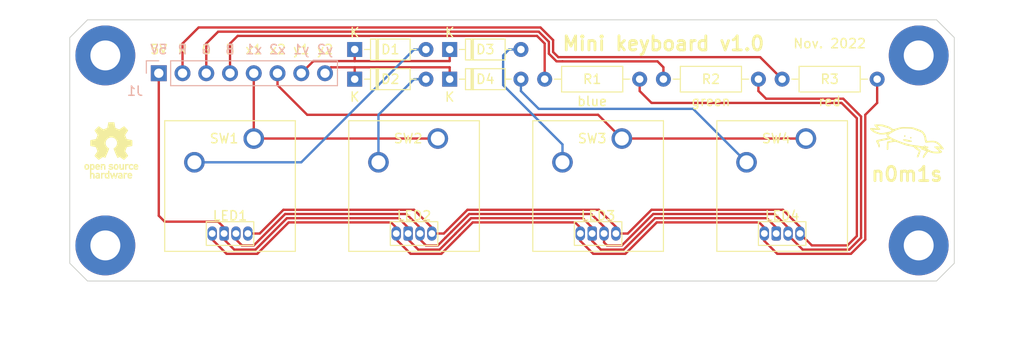
<source format=kicad_pcb>
(kicad_pcb (version 20211014) (generator pcbnew)
  (layers (0 "F.Cu" signal) (31 "B.Cu" signal) (34 "B.Paste" user) (35 "F.Paste" user) (36 "B.SilkS" user "B.Silkscreen") (37 "F.SilkS" user "F.Silkscreen") (38 "B.Mask" user) (39 "F.Mask" user) (44 "Edge.Cuts" user))
  (net 0 "")
  (net 1 "COL1")
  (net 2 "Net-(D1-Pad2)")
  (net 3 "COL2")
  (net 4 "Net-(D2-Pad2)")
  (net 5 "Net-(D3-Pad2)")
  (net 6 "Net-(D4-Pad2)")
  (net 7 "LED_A")
  (net 8 "LED_R")
  (net 9 "LED_G")
  (net 10 "LED_B")
  (net 11 "ROW1")
  (net 12 "ROW2")
  (net 13 "Net-(LED1-Pad1)")
  (net 14 "Net-(LED1-Pad3)")
  (net 15 "Net-(LED1-Pad4)")
  (footprint "Resistor_THT:R_Axial_DIN0207_L6.3mm_D2.5mm_P10.16mm_Horizontal" (layer "F.Cu") (at 74.295 34.29)
    (fp_text reference "R1" (at 5.08 0) (layer "F.SilkS"))
    (fp_text value "blue" (at 5.08 2.37) (layer "F.SilkS"))
    (pad "1" thru_hole circle (at 0 0) (size 1.6 1.6) (drill 0.8) (layers *.Cu *.Mask) (net 10 "LED_B"))
    (pad "2" thru_hole oval (at 10.16 0) (size 1.6 1.6) (drill 0.8) (layers *.Cu *.Mask) (net 15 "Net-(LED1-Pad4)"))
  )
  (footprint "Resistor_THT:R_Axial_DIN0207_L6.3mm_D2.5mm_P10.16mm_Horizontal" (layer "F.Cu") (at 99.695 34.29)
    (fp_text reference "R3" (at 5.08 0) (layer "F.SilkS"))
    (fp_text value "red" (at 5.08 2.37) (layer "F.SilkS"))
    (pad "1" thru_hole circle (at 0 0) (size 1.6 1.6) (drill 0.8) (layers *.Cu *.Mask) (net 8 "LED_R"))
    (pad "2" thru_hole oval (at 10.16 0) (size 1.6 1.6) (drill 0.8) (layers *.Cu *.Mask) (net 13 "Net-(LED1-Pad1)"))
  )
  (footprint "MountingHole:MountingHole_3.2mm_M3_Pad" (layer "F.Cu") (at 114.3 31.75)
    (fp_text reference "MH3")
    (fp_text value "MountingHole_3.2mm_M3_Pad")
    (pad "1" thru_hole circle (at 0 0) (size 6.4 6.4) (drill 3.2) (layers F&B.Cu *.Mask))
  )
  (footprint "LOGO" (layer "F.Cu") (at 114.574311 41.275)
    (fp_text reference "Logo" hide)
    (fp_text value "n0m1s" (at -1.544311 3.175) (layer "F.SilkS") (effects (font (size 1.524 1.524) (thickness 0.3))))
  )
  (footprint "Diode_THT:D_DO-35_SOD27_P7.62mm_Horizontal" (layer "F.Cu") (at 53.975 31.115)
    (fp_text reference "D1" (at 3.81 0) (layer "F.SilkS"))
    (fp_text value "D")
    (fp_text user "K" (at 0 -1.8) (layer "F.SilkS"))
    (pad "1" thru_hole rect (at 0 0) (size 1.6 1.6) (drill 0.8) (layers *.Cu *.Mask) (net 1 "COL1"))
    (pad "2" thru_hole oval (at 7.62 0) (size 1.6 1.6) (drill 0.8) (layers *.Cu *.Mask) (net 2 "Net-(D1-Pad2)"))
  )
  (footprint "MountingHole:MountingHole_3.2mm_M3_Pad" (layer "F.Cu") (at 114.3 52.07)
    (fp_text reference "MH4")
    (fp_text value "MountingHole_3.2mm_M3_Pad")
    (pad "1" thru_hole circle (at 0 0) (size 6.4 6.4) (drill 3.2) (layers F&B.Cu *.Mask))
  )
  (footprint "Symbol:OSHW-Logo_5.7x6mm_SilkScreen" (layer "F.Cu") (at 27.94 41.91)
    (fp_text reference "REF**" hide)
    (fp_text value "OSHW-Logo_5.7x6mm_SilkScreen" hide)
  )
  (footprint "Custom:LED_2.5x5.0mm_4CA_RGB" (layer "F.Cu") (at 60.325 50.8)
    (fp_text reference "LED2" (at 0 -1.905 unlocked) (layer "F.SilkS"))
    (fp_text value "LED_RAGB")
    (pad "1" thru_hole oval (at -1.905 0) (size 1 1.524) (drill 0.72) (layers *.Cu *.Mask) (net 13 "Net-(LED1-Pad1)"))
    (pad "2" thru_hole roundrect (at -0.635 0) (size 1 1.524) (drill 0.72) (layers *.Cu *.Mask) (net 7 "LED_A"))
    (pad "3" thru_hole oval (at 0.635 0) (size 1 1.524) (drill 0.72) (layers *.Cu *.Mask) (net 14 "Net-(LED1-Pad3)"))
    (pad "4" thru_hole oval (at 1.905 0) (size 1 1.524) (drill 0.72) (layers *.Cu *.Mask) (net 15 "Net-(LED1-Pad4)"))
  )
  (footprint "Diode_THT:D_DO-35_SOD27_P7.62mm_Horizontal" (layer "F.Cu") (at 53.975 34.29)
    (fp_text reference "D2" (at 3.81 0) (layer "F.SilkS"))
    (fp_text value "D")
    (fp_text user "K" (at 0 1.905) (layer "F.SilkS"))
    (pad "1" thru_hole rect (at 0 0) (size 1.6 1.6) (drill 0.8) (layers *.Cu *.Mask) (net 3 "COL2"))
    (pad "2" thru_hole oval (at 7.62 0) (size 1.6 1.6) (drill 0.8) (layers *.Cu *.Mask) (net 4 "Net-(D2-Pad2)"))
  )
  (footprint "Diode_THT:D_DO-35_SOD27_P7.62mm_Horizontal" (layer "F.Cu") (at 64.135 31.115)
    (fp_text reference "D3" (at 3.81 0) (layer "F.SilkS"))
    (fp_text value "D")
    (fp_text user "K" (at 0 -1.8) (layer "F.SilkS"))
    (pad "1" thru_hole rect (at 0 0) (size 1.6 1.6) (drill 0.8) (layers *.Cu *.Mask) (net 1 "COL1"))
    (pad "2" thru_hole oval (at 7.62 0) (size 1.6 1.6) (drill 0.8) (layers *.Cu *.Mask) (net 5 "Net-(D3-Pad2)"))
  )
  (footprint "Button_Switch_Keyboard:SW_Cherry_MX_1.00u_PCB" (layer "F.Cu") (at 102.235 40.64)
    (fp_text reference "SW4" (at -3.175 0) (layer "F.SilkS"))
    (fp_text value "SW_Push")
    (pad "" np_thru_hole circle (at -2.54 5.08) (size 4 4) (drill 4) (layers *.Cu *.Mask))
    (pad "" np_thru_hole circle (at -7.62 5.08) (size 1.7 1.7) (drill 1.7) (layers *.Cu *.Mask))
    (pad "" np_thru_hole circle (at 2.54 5.08) (size 1.7 1.7) (drill 1.7) (layers *.Cu *.Mask))
    (pad "1" thru_hole circle (at 0 0) (size 2.2 2.2) (drill 1.5) (layers *.Cu *.Mask) (net 12 "ROW2"))
    (pad "2" thru_hole circle (at -6.35 2.54) (size 2.2 2.2) (drill 1.5) (layers *.Cu *.Mask) (net 6 "Net-(D4-Pad2)"))
  )
  (footprint "Custom:LED_2.5x5.0mm_4CA_RGB" (layer "F.Cu") (at 99.695 50.8)
    (fp_text reference "LED4" (at 0 -1.905 unlocked) (layer "F.SilkS"))
    (fp_text value "LED_RAGB")
    (pad "1" thru_hole oval (at -1.905 0) (size 1 1.524) (drill 0.72) (layers *.Cu *.Mask) (net 13 "Net-(LED1-Pad1)"))
    (pad "2" thru_hole roundrect (at -0.635 0) (size 1 1.524) (drill 0.72) (layers *.Cu *.Mask) (net 7 "LED_A"))
    (pad "3" thru_hole oval (at 0.635 0) (size 1 1.524) (drill 0.72) (layers *.Cu *.Mask) (net 14 "Net-(LED1-Pad3)"))
    (pad "4" thru_hole oval (at 1.905 0) (size 1 1.524) (drill 0.72) (layers *.Cu *.Mask) (net 15 "Net-(LED1-Pad4)"))
  )
  (footprint "Button_Switch_Keyboard:SW_Cherry_MX_1.00u_PCB" (layer "F.Cu") (at 62.865 40.64)
    (fp_text reference "SW2" (at -3.175 0) (layer "F.SilkS"))
    (fp_text value "SW_Push")
    (pad "" np_thru_hole circle (at -7.62 5.08) (size 1.7 1.7) (drill 1.7) (layers *.Cu *.Mask))
    (pad "" np_thru_hole circle (at -2.54 5.08) (size 4 4) (drill 4) (layers *.Cu *.Mask))
    (pad "" np_thru_hole circle (at 2.54 5.08) (size 1.7 1.7) (drill 1.7) (layers *.Cu *.Mask))
    (pad "1" thru_hole circle (at 0 0) (size 2.2 2.2) (drill 1.5) (layers *.Cu *.Mask) (net 11 "ROW1"))
    (pad "2" thru_hole circle (at -6.35 2.54) (size 2.2 2.2) (drill 1.5) (layers *.Cu *.Mask) (net 4 "Net-(D2-Pad2)"))
  )
  (footprint "Custom:LED_2.5x5.0mm_4CA_RGB" (layer "F.Cu") (at 40.64 50.8)
    (fp_text reference "LED1" (at 0 -1.905 unlocked) (layer "F.SilkS"))
    (fp_text value "LED_RAGB")
    (pad "1" thru_hole oval (at -1.905 0) (size 1 1.524) (drill 0.72) (layers *.Cu *.Mask) (net 13 "Net-(LED1-Pad1)"))
    (pad "2" thru_hole roundrect (at -0.635 0) (size 1 1.524) (drill 0.72) (layers *.Cu *.Mask) (net 7 "LED_A"))
    (pad "3" thru_hole oval (at 0.635 0) (size 1 1.524) (drill 0.72) (layers *.Cu *.Mask) (net 14 "Net-(LED1-Pad3)"))
    (pad "4" thru_hole oval (at 1.905 0) (size 1 1.524) (drill 0.72) (layers *.Cu *.Mask) (net 15 "Net-(LED1-Pad4)"))
  )
  (footprint "MountingHole:MountingHole_3.2mm_M3_Pad" (layer "F.Cu") (at 27.305 31.75)
    (fp_text reference "MH1")
    (fp_text value "MountingHole_3.2mm_M3_Pad")
    (pad "1" thru_hole circle (at 0 0) (size 6.4 6.4) (drill 3.2) (layers *.Cu *.Mask))
  )
  (footprint "Button_Switch_Keyboard:SW_Cherry_MX_1.00u_PCB" (layer "F.Cu") (at 82.55 40.64)
    (fp_text reference "SW3" (at -3.175 0) (layer "F.SilkS"))
    (fp_text value "SW_Push")
    (pad "" np_thru_hole circle (at -2.54 5.08) (size 4 4) (drill 4) (layers *.Cu *.Mask))
    (pad "" np_thru_hole circle (at -7.62 5.08) (size 1.7 1.7) (drill 1.7) (layers *.Cu *.Mask))
    (pad "" np_thru_hole circle (at 2.54 5.08) (size 1.7 1.7) (drill 1.7) (layers *.Cu *.Mask))
    (pad "1" thru_hole circle (at 0 0) (size 2.2 2.2) (drill 1.5) (layers *.Cu *.Mask) (net 12 "ROW2"))
    (pad "2" thru_hole circle (at -6.35 2.54) (size 2.2 2.2) (drill 1.5) (layers *.Cu *.Mask) (net 5 "Net-(D3-Pad2)"))
  )
  (footprint "Resistor_THT:R_Axial_DIN0207_L6.3mm_D2.5mm_P10.16mm_Horizontal" (layer "F.Cu") (at 86.995 34.29)
    (fp_text reference "R2" (at 5.08 0) (layer "F.SilkS"))
    (fp_text value "green" (at 5.08 2.37) (layer "F.SilkS"))
    (pad "1" thru_hole circle (at 0 0) (size 1.6 1.6) (drill 0.8) (layers *.Cu *.Mask) (net 9 "LED_G"))
    (pad "2" thru_hole oval (at 10.16 0) (size 1.6 1.6) (drill 0.8) (layers *.Cu *.Mask) (net 14 "Net-(LED1-Pad3)"))
  )
  (footprint "Custom:LED_2.5x5.0mm_4CA_RGB" (layer "F.Cu") (at 80.01 50.8)
    (fp_text reference "LED3" (at 0 -1.905 unlocked) (layer "F.SilkS"))
    (fp_text value "LED_RAGB")
    (pad "1" thru_hole oval (at -1.905 0) (size 1 1.524) (drill 0.72) (layers *.Cu *.Mask) (net 13 "Net-(LED1-Pad1)"))
    (pad "2" thru_hole roundrect (at -0.635 0) (size 1 1.524) (drill 0.72) (layers *.Cu *.Mask) (net 7 "LED_A"))
    (pad "3" thru_hole oval (at 0.635 0) (size 1 1.524) (drill 0.72) (layers *.Cu *.Mask) (net 14 "Net-(LED1-Pad3)"))
    (pad "4" thru_hole oval (at 1.905 0) (size 1 1.524) (drill 0.72) (layers *.Cu *.Mask) (net 15 "Net-(LED1-Pad4)"))
  )
  (footprint "Diode_THT:D_DO-35_SOD27_P7.62mm_Horizontal" (layer "F.Cu") (at 64.135 34.29)
    (fp_text reference "D4" (at 3.81 0) (layer "F.SilkS"))
    (fp_text value "D")
    (fp_text user "K" (at 0 1.905) (layer "F.SilkS"))
    (pad "1" thru_hole rect (at 0 0) (size 1.6 1.6) (drill 0.8) (layers *.Cu *.Mask) (net 3 "COL2"))
    (pad "2" thru_hole oval (at 7.62 0) (size 1.6 1.6) (drill 0.8) (layers *.Cu *.Mask) (net 6 "Net-(D4-Pad2)"))
  )
  (footprint "MountingHole:MountingHole_3.2mm_M3_Pad" (layer "F.Cu") (at 27.305 52.07)
    (fp_text reference "MH2")
    (fp_text value "MountingHole_3.2mm_M3_Pad")
    (pad "1" thru_hole circle (at 0 0) (size 6.4 6.4) (drill 3.2) (layers F&B.Cu *.Mask))
  )
  (footprint "Button_Switch_Keyboard:SW_Cherry_MX_1.00u_PCB" (layer "F.Cu") (at 43.18 40.64)
    (fp_text reference "SW1" (at -3.175 0) (layer "F.SilkS"))
    (fp_text value "SW_Push")
    (pad "" np_thru_hole circle (at 2.54 5.08) (size 1.7 1.7) (drill 1.7) (layers *.Cu *.Mask))
    (pad "" np_thru_hole circle (at -2.54 5.08) (size 4 4) (drill 4) (layers *.Cu *.Mask))
    (pad "" np_thru_hole circle (at -7.62 5.08) (size 1.7 1.7) (drill 1.7) (layers *.Cu *.Mask))
    (pad "1" thru_hole circle (at 0 0) (size 2.2 2.2) (drill 1.5) (layers *.Cu *.Mask) (net 11 "ROW1"))
    (pad "2" thru_hole circle (at -6.35 2.54) (size 2.2 2.2) (drill 1.5) (layers *.Cu *.Mask) (net 2 "Net-(D1-Pad2)"))
  )
  (footprint "Connector_PinHeader_2.54mm:PinHeader_1x08_P2.54mm_Vertical" (layer "B.Cu") (at 33.02 33.655 -90)
    (fp_text reference "J1" (at 1.905 2.54) (layer "B.SilkS") (effects (justify mirror)))
    (fp_text value "Conn_01x08")
    (pad "1" thru_hole rect (at 0 0 270) (size 1.7 1.7) (drill 1) (layers *.Cu *.Mask) (net 7 "LED_A"))
    (pad "2" thru_hole oval (at 0 -2.54 270) (size 1.7 1.7) (drill 1) (layers *.Cu *.Mask) (net 8 "LED_R"))
    (pad "3" thru_hole oval (at 0 -5.08 270) (size 1.7 1.7) (drill 1) (layers *.Cu *.Mask) (net 9 "LED_G"))
    (pad "4" thru_hole oval (at 0 -7.62 270) (size 1.7 1.7) (drill 1) (layers *.Cu *.Mask) (net 10 "LED_B"))
    (pad "5" thru_hole oval (at 0 -10.16 270) (size 1.7 1.7) (drill 1) (layers *.Cu *.Mask) (net 11 "ROW1"))
    (pad "6" thru_hole oval (at 0 -12.7 270) (size 1.7 1.7) (drill 1) (layers *.Cu *.Mask) (net 12 "ROW2"))
    (pad "7" thru_hole oval (at 0 -15.24 270) (size 1.7 1.7) (drill 1) (layers *.Cu *.Mask) (net 1 "COL1"))
    (pad "8" thru_hole oval (at 0 -17.78 270) (size 1.7 1.7) (drill 1) (layers *.Cu *.Mask) (net 3 "COL2"))
  )
  (gr_poly (pts (xy 118.11 29.845) (xy 118.11 53.975) (xy 116.205 55.88) (xy 25.4 55.88) (xy 23.495 53.975) (xy 23.495 29.845) (xy 25.4 27.94) (xy 116.205 27.94)) (layer "Edge.Cuts") (width 0.1) (fill none))
  (gr_text "G" (at 38.1 31.115) (layer "B.SilkS") (effects (font (size 1 1)) (justify mirror)))
  (gr_text "y1" (at 48.26 31.115) (layer "B.SilkS") (effects (font (size 1 1)) (justify mirror)))
  (gr_text "R" (at 35.56 31.115) (layer "B.SilkS") (effects (font (size 1 1)) (justify mirror)))
  (gr_text "y2" (at 50.8 31.115) (layer "B.SilkS") (effects (font (size 1 1)) (justify mirror)))
  (gr_text "B" (at 40.64 31.115) (layer "B.SilkS") (effects (font (size 1 1)) (justify mirror)))
  (gr_text "x1" (at 43.18 31.115) (layer "B.SilkS") (effects (font (size 1 1)) (justify mirror)))
  (gr_text "x2" (at 45.72 31.115) (layer "B.SilkS") (effects (font (size 1 1)) (justify mirror)))
  (gr_text "5V\n" (at 33.02 31.115) (layer "B.SilkS") (effects (font (size 1 1)) (justify mirror)))
  (gr_text "y1" (at 48.26 31.115) (layer "F.SilkS") (effects (font (size 1 1))))
  (gr_text "x1" (at 43.18 31.115) (layer "F.SilkS") (effects (font (size 1 1))))
  (gr_text "G" (at 38.1 31.115) (layer "F.SilkS") (effects (font (size 1 1))))
  (gr_text "y2" (at 50.8 31.115) (layer "F.SilkS") (effects (font (size 1 1))))
  (gr_text "x2" (at 45.72 31.115) (layer "F.SilkS") (effects (font (size 1 1))))
  (gr_text "5V\n" (at 33.02 31.115) (layer "F.SilkS") (effects (font (size 1 1))))
  (gr_text "Nov. 2022" (at 104.775 30.48) (layer "F.SilkS") (effects (font (size 1 1))))
  (gr_text "R" (at 35.56 31.115) (layer "F.SilkS") (effects (font (size 1 1))))
  (gr_text "Mini keyboard v1.0" (at 86.995 30.48) (layer "F.SilkS") (effects (font (size 1.5 1.5) (thickness 0.3))))
  (gr_text "B" (at 40.64 31.115) (layer "F.SilkS") (effects (font (size 1 1))))
  (segment (start 49.56 32.355) (end 48.26 33.655) (width 0.25) (layer "F.Cu") (net 1))
  (segment (start 53.975 32.355) (end 64.135 32.355) (width 0.25) (layer "F.Cu") (net 1))
  (segment (start 53.975 32.355) (end 49.56 32.355) (width 0.25) (layer "F.Cu") (net 1))
  (segment (start 53.975 31.115) (end 53.975 32.355) (width 0.25) (layer "F.Cu") (net 1))
  (segment (start 64.135 32.355) (end 64.135 31.115) (width 0.25) (layer "F.Cu") (net 1))
  (segment (start 48.26 43.18) (end 36.83 43.18) (width 0.25) (layer "B.Cu") (net 2))
  (segment (start 62.23 31.115) (end 60.325 31.115) (width 0.25) (layer "B.Cu") (net 2))
  (segment (start 60.325 31.115) (end 48.26 43.18) (width 0.25) (layer "B.Cu") (net 2))
  (segment (start 51.435 33.02) (end 64.135 33.02) (width 0.25) (layer "F.Cu") (net 3))
  (segment (start 53.975 34.29) (end 53.975 33.02) (width 0.25) (layer "F.Cu") (net 3))
  (segment (start 64.135 33.02) (end 64.135 34.29) (width 0.25) (layer "F.Cu") (net 3))
  (segment (start 50.8 33.655) (end 51.435 33.02) (width 0.25) (layer "F.Cu") (net 3))
  (segment (start 62.23 34.29) (end 60.325 34.29) (width 0.25) (layer "B.Cu") (net 4))
  (segment (start 56.515 38.1) (end 56.515 43.18) (width 0.25) (layer "B.Cu") (net 4))
  (segment (start 60.325 34.29) (end 56.515 38.1) (width 0.25) (layer "B.Cu") (net 4))
  (segment (start 76.2 41.275) (end 76.2 43.18) (width 0.25) (layer "B.Cu") (net 5))
  (segment (start 70.485 31.115) (end 69.85 31.75) (width 0.25) (layer "B.Cu") (net 5))
  (segment (start 69.85 31.75) (end 69.85 34.925) (width 0.25) (layer "B.Cu") (net 5))
  (segment (start 69.85 34.925) (end 76.2 41.275) (width 0.25) (layer "B.Cu") (net 5))
  (segment (start 71.755 31.115) (end 70.485 31.115) (width 0.25) (layer "B.Cu") (net 5))
  (segment (start 73.66 37.465) (end 90.17 37.465) (width 0.25) (layer "B.Cu") (net 6))
  (segment (start 71.755 34.29) (end 71.755 35.56) (width 0.25) (layer "B.Cu") (net 6))
  (segment (start 71.755 35.56) (end 73.66 37.465) (width 0.25) (layer "B.Cu") (net 6))
  (segment (start 90.17 37.465) (end 95.885 43.18) (width 0.25) (layer "B.Cu") (net 6))
  (segment (start 79.375 50.165) (end 79.375 50.8) (width 0.25) (layer "F.Cu") (net 7))
  (segment (start 41.09 52.52) (end 43.363604 52.52) (width 0.25) (layer "F.Cu") (net 7))
  (segment (start 79.375 51.594448) (end 80.300552 52.52) (width 0.25) (layer "F.Cu") (net 7))
  (segment (start 63.052792 52.52) (end 64.77 50.802792) (width 0.25) (layer "F.Cu") (net 7))
  (segment (start 98.055 49.16) (end 99.06 50.165) (width 0.25) (layer "F.Cu") (net 7))
  (segment (start 82.736396 52.52) (end 86.096396 49.16) (width 0.25) (layer "F.Cu") (net 7))
  (segment (start 33.02 48.895) (end 33.655 49.53) (width 0.25) (layer "F.Cu") (net 7))
  (segment (start 80.300552 52.52) (end 82.736396 52.52) (width 0.25) (layer "F.Cu") (net 7))
  (segment (start 40.005 50.165) (end 40.005 50.8) (width 0.25) (layer "F.Cu") (net 7))
  (segment (start 66.408604 49.16) (end 78.37 49.16) (width 0.25) (layer "F.Cu") (net 7))
  (segment (start 39.37 49.53) (end 40.005 50.165) (width 0.25) (layer "F.Cu") (net 7))
  (segment (start 79.375 50.8) (end 79.375 51.594448) (width 0.25) (layer "F.Cu") (net 7))
  (segment (start 86.096396 49.16) (end 98.055 49.16) (width 0.25) (layer "F.Cu") (net 7))
  (segment (start 59.69 50.165) (end 59.69 51.435) (width 0.25) (layer "F.Cu") (net 7))
  (segment (start 64.77 50.798604) (end 66.408604 49.16) (width 0.25) (layer "F.Cu") (net 7))
  (segment (start 78.37 49.16) (end 79.375 50.165) (width 0.25) (layer "F.Cu") (net 7))
  (segment (start 64.77 50.802792) (end 64.77 50.798604) (width 0.25) (layer "F.Cu") (net 7))
  (segment (start 99.06 50.165) (end 99.06 50.8) (width 0.25) (layer "F.Cu") (net 7))
  (segment (start 33.02 33.655) (end 33.02 48.895) (width 0.25) (layer "F.Cu") (net 7))
  (segment (start 59.69 51.435) (end 60.775 52.52) (width 0.25) (layer "F.Cu") (net 7))
  (segment (start 40.005 51.435) (end 41.09 52.52) (width 0.25) (layer "F.Cu") (net 7))
  (segment (start 33.655 49.53) (end 39.37 49.53) (width 0.25) (layer "F.Cu") (net 7))
  (segment (start 60.775 52.52) (end 63.052792 52.52) (width 0.25) (layer "F.Cu") (net 7))
  (segment (start 46.723604 49.16) (end 58.685 49.16) (width 0.25) (layer "F.Cu") (net 7))
  (segment (start 58.685 49.16) (end 59.69 50.165) (width 0.25) (layer "F.Cu") (net 7))
  (segment (start 40.005 50.8) (end 40.005 51.435) (width 0.25) (layer "F.Cu") (net 7))
  (segment (start 43.363604 52.52) (end 46.723604 49.16) (width 0.25) (layer "F.Cu") (net 7))
  (segment (start 35.56 33.655) (end 35.56 30.48) (width 0.25) (layer "F.Cu") (net 8))
  (segment (start 97.338604 31.933604) (end 99.695 34.29) (width 0.25) (layer "F.Cu") (net 8))
  (segment (start 75.195 30.11) (end 75.195 31.38) (width 0.25) (layer "F.Cu") (net 8))
  (segment (start 73.845 28.76) (end 75.195 30.11) (width 0.25) (layer "F.Cu") (net 8))
  (segment (start 37.28 28.76) (end 73.845 28.76) (width 0.25) (layer "F.Cu") (net 8))
  (segment (start 75.195 31.38) (end 75.748604 31.933604) (width 0.25) (layer "F.Cu") (net 8))
  (segment (start 35.56 30.48) (end 37.28 28.76) (width 0.25) (layer "F.Cu") (net 8))
  (segment (start 75.748604 31.933604) (end 97.338604 31.933604) (width 0.25) (layer "F.Cu") (net 8))
  (segment (start 86.36 32.385) (end 86.995 33.02) (width 0.25) (layer "F.Cu") (net 9))
  (segment (start 76.2 32.383604) (end 76.201396 32.385) (width 0.25) (layer "F.Cu") (net 9))
  (segment (start 39.37 29.21) (end 73.658604 29.21) (width 0.25) (layer "F.Cu") (net 9))
  (segment (start 75.562208 32.383604) (end 76.2 32.383604) (width 0.25) (layer "F.Cu") (net 9))
  (segment (start 74.745 30.296396) (end 74.745 31.566396) (width 0.25) (layer "F.Cu") (net 9))
  (segment (start 76.201396 32.385) (end 86.36 32.385) (width 0.25) (layer "F.Cu") (net 9))
  (segment (start 86.995 33.02) (end 86.995 34.29) (width 0.25) (layer "F.Cu") (net 9))
  (segment (start 76.2 32.383604) (end 76.2 32.385) (width 0.25) (layer "F.Cu") (net 9))
  (segment (start 73.658604 29.21) (end 74.745 30.296396) (width 0.25) (layer "F.Cu") (net 9))
  (segment (start 74.745 31.566396) (end 75.562208 32.383604) (width 0.25) (layer "F.Cu") (net 9))
  (segment (start 38.1 30.48) (end 39.37 29.21) (width 0.25) (layer "F.Cu") (net 9))
  (segment (start 38.1 33.655) (end 38.1 30.48) (width 0.25) (layer "F.Cu") (net 9))
  (segment (start 40.64 33.655) (end 40.64 30.48) (width 0.25) (layer "F.Cu") (net 10))
  (segment (start 73.472208 29.66) (end 74.295 30.482792) (width 0.25) (layer "F.Cu") (net 10))
  (segment (start 40.64 30.48) (end 41.46 29.66) (width 0.25) (layer "F.Cu") (net 10))
  (segment (start 74.295 30.482792) (end 74.295 34.29) (width 0.25) (layer "F.Cu") (net 10))
  (segment (start 41.46 29.66) (end 73.472208 29.66) (width 0.25) (layer "F.Cu") (net 10))
  (segment (start 63.5 40.64) (end 43.18 40.64) (width 0.25) (layer "F.Cu") (net 11))
  (segment (start 43.18 33.655) (end 43.18 40.64) (width 0.25) (layer "F.Cu") (net 11))
  (segment (start 80.01 38.1) (end 82.55 40.64) (width 0.25) (layer "F.Cu") (net 12))
  (segment (start 82.55 40.64) (end 102.235 40.64) (width 0.25) (layer "F.Cu") (net 12))
  (segment (start 48.895 38.1) (end 80.01 38.1) (width 0.25) (layer "F.Cu") (net 12))
  (segment (start 45.72 34.925) (end 48.895 38.1) (width 0.25) (layer "F.Cu") (net 12))
  (segment (start 45.72 33.655) (end 45.72 34.925) (width 0.25) (layer "F.Cu") (net 12))
  (segment (start 38.735 50.8) (end 38.735 51.435) (width 0.25) (layer "F.Cu") (net 13))
  (segment (start 97.79 50.165) (end 97.79 50.8) (width 0.25) (layer "F.Cu") (net 13))
  (segment (start 57.865 49.61) (end 58.42 50.165) (width 0.25) (layer "F.Cu") (net 13))
  (segment (start 58.42 50.8) (end 58.42 51.435) (width 0.25) (layer "F.Cu") (net 13))
  (segment (start 79.487413 52.97) (end 82.922792 52.97) (width 0.25) (layer "F.Cu") (net 13))
  (segment (start 59.955 52.97) (end 63.239188 52.97) (width 0.25) (layer "F.Cu") (net 13))
  (segment (start 108.585 38.1) (end 109.855 36.83) (width 0.25) (layer "F.Cu") (net 13))
  (segment (start 109.855 36.83) (end 109.855 34.29) (width 0.25) (layer "F.Cu") (net 13))
  (segment (start 58.42 50.165) (end 58.42 50.8) (width 0.25) (layer "F.Cu") (net 13))
  (segment (start 58.42 51.435) (end 59.955 52.97) (width 0.25) (layer "F.Cu") (net 13))
  (segment (start 63.239188 52.97) (end 65.22 50.989188) (width 0.25) (layer "F.Cu") (net 13))
  (segment (start 65.22 50.989188) (end 65.22 50.985) (width 0.25) (layer "F.Cu") (net 13))
  (segment (start 86.282792 49.61) (end 97.235 49.61) (width 0.25) (layer "F.Cu") (net 13))
  (segment (start 108.585 51.437792) (end 108.585 38.1) (width 0.25) (layer "F.Cu") (net 13))
  (segment (start 40.27 52.97) (end 43.55 52.97) (width 0.25) (layer "F.Cu") (net 13))
  (segment (start 38.735 51.435) (end 40.27 52.97) (width 0.25) (layer "F.Cu") (net 13))
  (segment (start 78.105 50.165) (end 78.105 50.8) (width 0.25) (layer "F.Cu") (net 13))
  (segment (start 97.79 50.8) (end 97.79 51.587587) (width 0.25) (layer "F.Cu") (net 13))
  (segment (start 77.55 49.61) (end 78.105 50.165) (width 0.25) (layer "F.Cu") (net 13))
  (segment (start 46.91 49.61) (end 57.865 49.61) (width 0.25) (layer "F.Cu") (net 13))
  (segment (start 107.052792 52.97) (end 108.585 51.437792) (width 0.25) (layer "F.Cu") (net 13))
  (segment (start 97.235 49.61) (end 97.79 50.165) (width 0.25) (layer "F.Cu") (net 13))
  (segment (start 65.22 50.985) (end 66.595 49.61) (width 0.25) (layer "F.Cu") (net 13))
  (segment (start 78.105 51.587587) (end 79.487413 52.97) (width 0.25) (layer "F.Cu") (net 13))
  (segment (start 78.105 50.8) (end 78.105 51.587587) (width 0.25) (layer "F.Cu") (net 13))
  (segment (start 43.55 52.97) (end 46.91 49.61) (width 0.25) (layer "F.Cu") (net 13))
  (segment (start 82.922792 52.97) (end 86.282792 49.61) (width 0.25) (layer "F.Cu") (net 13))
  (segment (start 66.595 49.61) (end 77.55 49.61) (width 0.25) (layer "F.Cu") (net 13))
  (segment (start 99.172413 52.97) (end 107.052792 52.97) (width 0.25) (layer "F.Cu") (net 13))
  (segment (start 97.79 51.587587) (end 99.172413 52.97) (width 0.25) (layer "F.Cu") (net 13))
  (segment (start 82.55 52.07) (end 85.91 48.71) (width 0.25) (layer "F.Cu") (net 14))
  (segment (start 100.33 50.8) (end 100.33 50.958726) (width 0.25) (layer "F.Cu") (net 14))
  (segment (start 106.866396 52.52) (end 108.135 51.251396) (width 0.25) (layer "F.Cu") (net 14))
  (segment (start 101.891274 52.52) (end 106.866396 52.52) (width 0.25) (layer "F.Cu") (net 14))
  (segment (start 64.32 50.612208) (end 66.222208 48.71) (width 0.25) (layer "F.Cu") (net 14))
  (segment (start 61.595 52.07) (end 62.862208 52.07) (width 0.25) (layer "F.Cu") (net 14))
  (segment (start 46.537208 48.71) (end 59.505 48.71) (width 0.25) (layer "F.Cu") (net 14))
  (segment (start 80.9625 52.07) (end 82.55 52.07) (width 0.25) (layer "F.Cu") (net 14))
  (segment (start 64.32 50.616396) (end 64.32 50.612208) (width 0.25) (layer "F.Cu") (net 14))
  (segment (start 80.645 50.088706) (end 80.645 50.8) (width 0.25) (layer "F.Cu") (net 14))
  (segment (start 60.96 51.435) (end 61.595 52.07) (width 0.25) (layer "F.Cu") (net 14))
  (segment (start 66.222208 48.71) (end 79.266294 48.71) (width 0.25) (layer "F.Cu") (net 14))
  (segment (start 63.686396 51.25) (end 64.32 50.616396) (width 0.25) (layer "F.Cu") (net 14))
  (segment (start 80.645 50.8) (end 80.645 51.7525) (width 0.25) (layer "F.Cu") (net 14))
  (segment (start 43.177208 52.07) (end 46.537208 48.71) (width 0.25) (layer "F.Cu") (net 14))
  (segment (start 97.155 35.56) (end 97.155 34.29) (width 0.25) (layer "F.Cu") (net 14))
  (segment (start 63.682208 51.25) (end 63.686396 51.25) (width 0.25) (layer "F.Cu") (net 14))
  (segment (start 98.875 48.71) (end 100.33 50.165) (width 0.25) (layer "F.Cu") (net 14))
  (segment (start 97.975 36.38) (end 97.155 35.56) (width 0.25) (layer "F.Cu") (net 14))
  (segment (start 79.266294 48.71) (end 80.645 50.088706) (width 0.25) (layer "F.Cu") (net 14))
  (segment (start 60.96 50.165) (end 60.96 51.435) (width 0.25) (layer "F.Cu") (net 14))
  (segment (start 41.275 50.8) (end 41.275 51.435) (width 0.25) (layer "F.Cu") (net 14))
  (segment (start 106.231396 36.38) (end 97.975 36.38) (width 0.25) (layer "F.Cu") (net 14))
  (segment (start 59.505 48.71) (end 60.96 50.165) (width 0.25) (layer "F.Cu") (net 14))
  (segment (start 80.645 51.7525) (end 80.9625 52.07) (width 0.25) (layer "F.Cu") (net 14))
  (segment (start 100.33 50.958726) (end 101.891274 52.52) (width 0.25) (layer "F.Cu") (net 14))
  (segment (start 108.135 38.283604) (end 106.231396 36.38) (width 0.25) (layer "F.Cu") (net 14))
  (segment (start 108.135 51.251396) (end 108.135 38.283604) (width 0.25) (layer "F.Cu") (net 14))
  (segment (start 41.91 52.07) (end 43.177208 52.07) (width 0.25) (layer "F.Cu") (net 14))
  (segment (start 85.91 48.71) (end 98.875 48.71) (width 0.25) (layer "F.Cu") (net 14))
  (segment (start 62.862208 52.07) (end 63.682208 51.25) (width 0.25) (layer "F.Cu") (net 14))
  (segment (start 41.275 51.435) (end 41.91 52.07) (width 0.25) (layer "F.Cu") (net 14))
  (segment (start 100.33 50.165) (end 100.33 50.8) (width 0.25) (layer "F.Cu") (net 14))
  (segment (start 81.915 50.085637) (end 81.915 50.8) (width 0.25) (layer "F.Cu") (net 15))
  (segment (start 102.87 52.07) (end 106.68 52.07) (width 0.25) (layer "F.Cu") (net 15))
  (segment (start 63.87 50.425812) (end 66.035812 48.26) (width 0.25) (layer "F.Cu") (net 15))
  (segment (start 106.68 52.07) (end 107.685 51.065) (width 0.25) (layer "F.Cu") (net 15))
  (segment (start 83.183604 50.8) (end 85.723604 48.26) (width 0.25) (layer "F.Cu") (net 15))
  (segment (start 99.774363 48.26) (end 101.6 50.085637) (width 0.25) (layer "F.Cu") (net 15))
  (segment (start 42.545 50.8) (end 43.810812 50.8) (width 0.25) (layer "F.Cu") (net 15))
  (segment (start 46.350812 48.26) (end 60.325 48.26) (width 0.25) (layer "F.Cu") (net 15))
  (segment (start 66.035812 48.26) (end 80.089363 48.26) (width 0.25) (layer "F.Cu") (net 15))
  (segment (start 85.723604 48.26) (end 99.774363 48.26) (width 0.25) (layer "F.Cu") (net 15))
  (segment (start 107.685 51.065) (end 107.685 38.47) (width 0.25) (layer "F.Cu") (net 15))
  (segment (start 107.685 38.47) (end 106.045 36.83) (width 0.25) (layer "F.Cu") (net 15))
  (segment (start 43.810812 50.8) (end 46.350812 48.26) (width 0.25) (layer "F.Cu") (net 15))
  (segment (start 101.6 50.8) (end 102.87 52.07) (width 0.25) (layer "F.Cu") (net 15))
  (segment (start 62.23 50.8) (end 63.5 50.8) (width 0.25) (layer "F.Cu") (net 15))
  (segment (start 63.87 50.43) (end 63.87 50.425812) (width 0.25) (layer "F.Cu") (net 15))
  (segment (start 101.6 50.085637) (end 101.6 50.8) (width 0.25) (layer "F.Cu") (net 15))
  (segment (start 106.045 36.83) (end 85.725 36.83) (width 0.25) (layer "F.Cu") (net 15))
  (segment (start 80.089363 48.26) (end 81.915 50.085637) (width 0.25) (layer "F.Cu") (net 15))
  (segment (start 63.5 50.8) (end 63.87 50.43) (width 0.25) (layer "F.Cu") (net 15))
  (segment (start 85.725 36.83) (end 84.455 35.56) (width 0.25) (layer "F.Cu") (net 15))
  (segment (start 84.455 35.56) (end 84.455 34.29) (width 0.25) (layer "F.Cu") (net 15))
  (segment (start 62.23 50.165) (end 62.23 50.8) (width 0.25) (layer "F.Cu") (net 15))
  (segment (start 60.325 48.26) (end 62.23 50.165) (width 0.25) (layer "F.Cu") (net 15))
  (segment (start 81.915 50.8) (end 83.183604 50.8) (width 0.25) (layer "F.Cu") (net 15))
)
</source>
